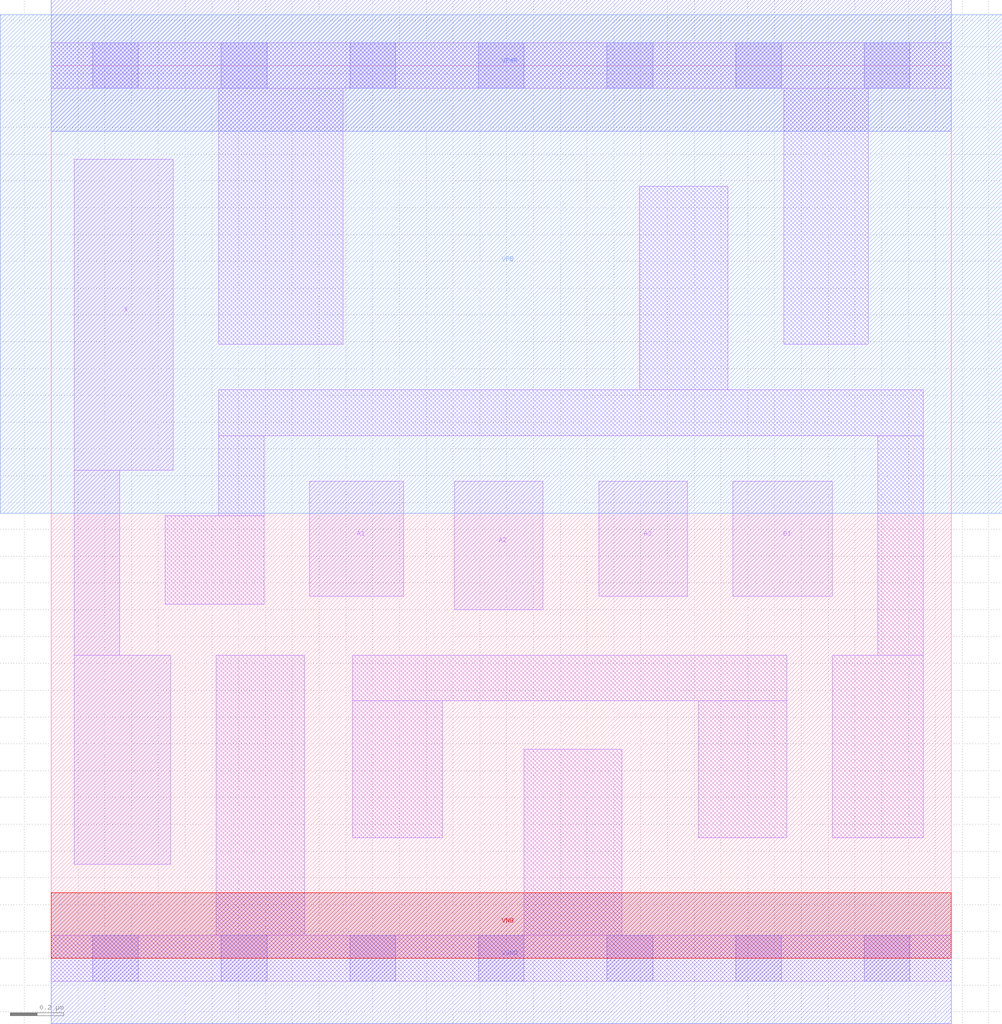
<source format=lef>
# Copyright 2020 The SkyWater PDK Authors
#
# Licensed under the Apache License, Version 2.0 (the "License");
# you may not use this file except in compliance with the License.
# You may obtain a copy of the License at
#
#     https://www.apache.org/licenses/LICENSE-2.0
#
# Unless required by applicable law or agreed to in writing, software
# distributed under the License is distributed on an "AS IS" BASIS,
# WITHOUT WARRANTIES OR CONDITIONS OF ANY KIND, either express or implied.
# See the License for the specific language governing permissions and
# limitations under the License.
#
# SPDX-License-Identifier: Apache-2.0

VERSION 5.7 ;
  NOWIREEXTENSIONATPIN ON ;
  DIVIDERCHAR "/" ;
  BUSBITCHARS "[]" ;
MACRO sky130_fd_sc_hs__o31a_1
  CLASS CORE ;
  FOREIGN sky130_fd_sc_hs__o31a_1 ;
  ORIGIN  0.000000  0.000000 ;
  SIZE  3.360000 BY  3.330000 ;
  SYMMETRY X Y ;
  SITE unit ;
  PIN A1
    ANTENNAGATEAREA  0.246000 ;
    DIRECTION INPUT ;
    USE SIGNAL ;
    PORT
      LAYER li1 ;
        RECT 0.965000 1.350000 1.315000 1.780000 ;
    END
  END A1
  PIN A2
    ANTENNAGATEAREA  0.246000 ;
    DIRECTION INPUT ;
    USE SIGNAL ;
    PORT
      LAYER li1 ;
        RECT 1.505000 1.300000 1.835000 1.780000 ;
    END
  END A2
  PIN A3
    ANTENNAGATEAREA  0.246000 ;
    DIRECTION INPUT ;
    USE SIGNAL ;
    PORT
      LAYER li1 ;
        RECT 2.045000 1.350000 2.375000 1.780000 ;
    END
  END A3
  PIN B1
    ANTENNAGATEAREA  0.222000 ;
    DIRECTION INPUT ;
    USE SIGNAL ;
    PORT
      LAYER li1 ;
        RECT 2.545000 1.350000 2.915000 1.780000 ;
    END
  END B1
  PIN X
    ANTENNADIFFAREA  0.541300 ;
    DIRECTION OUTPUT ;
    USE SIGNAL ;
    PORT
      LAYER li1 ;
        RECT 0.085000 0.350000 0.445000 1.130000 ;
        RECT 0.085000 1.130000 0.255000 1.820000 ;
        RECT 0.085000 1.820000 0.455000 2.980000 ;
    END
  END X
  PIN VGND
    DIRECTION INOUT ;
    USE GROUND ;
    PORT
      LAYER met1 ;
        RECT 0.000000 -0.245000 3.360000 0.245000 ;
    END
  END VGND
  PIN VNB
    DIRECTION INOUT ;
    USE GROUND ;
    PORT
      LAYER pwell ;
        RECT 0.000000 0.000000 3.360000 0.245000 ;
    END
  END VNB
  PIN VPB
    DIRECTION INOUT ;
    USE POWER ;
    PORT
      LAYER nwell ;
        RECT -0.190000 1.660000 3.550000 3.520000 ;
    END
  END VPB
  PIN VPWR
    DIRECTION INOUT ;
    USE POWER ;
    PORT
      LAYER met1 ;
        RECT 0.000000 3.085000 3.360000 3.575000 ;
    END
  END VPWR
  OBS
    LAYER li1 ;
      RECT 0.000000 -0.085000 3.360000 0.085000 ;
      RECT 0.000000  3.245000 3.360000 3.415000 ;
      RECT 0.425000  1.320000 0.795000 1.650000 ;
      RECT 0.615000  0.085000 0.945000 1.130000 ;
      RECT 0.625000  1.650000 0.795000 1.950000 ;
      RECT 0.625000  1.950000 3.255000 2.120000 ;
      RECT 0.625000  2.290000 1.090000 3.245000 ;
      RECT 1.125000  0.450000 1.460000 0.960000 ;
      RECT 1.125000  0.960000 2.745000 1.130000 ;
      RECT 1.765000  0.085000 2.130000 0.780000 ;
      RECT 2.195000  2.120000 2.525000 2.880000 ;
      RECT 2.415000  0.450000 2.745000 0.960000 ;
      RECT 2.735000  2.290000 3.050000 3.245000 ;
      RECT 2.915000  0.450000 3.255000 1.130000 ;
      RECT 3.085000  1.130000 3.255000 1.950000 ;
    LAYER mcon ;
      RECT 0.155000 -0.085000 0.325000 0.085000 ;
      RECT 0.155000  3.245000 0.325000 3.415000 ;
      RECT 0.635000 -0.085000 0.805000 0.085000 ;
      RECT 0.635000  3.245000 0.805000 3.415000 ;
      RECT 1.115000 -0.085000 1.285000 0.085000 ;
      RECT 1.115000  3.245000 1.285000 3.415000 ;
      RECT 1.595000 -0.085000 1.765000 0.085000 ;
      RECT 1.595000  3.245000 1.765000 3.415000 ;
      RECT 2.075000 -0.085000 2.245000 0.085000 ;
      RECT 2.075000  3.245000 2.245000 3.415000 ;
      RECT 2.555000 -0.085000 2.725000 0.085000 ;
      RECT 2.555000  3.245000 2.725000 3.415000 ;
      RECT 3.035000 -0.085000 3.205000 0.085000 ;
      RECT 3.035000  3.245000 3.205000 3.415000 ;
  END
END sky130_fd_sc_hs__o31a_1
END LIBRARY

</source>
